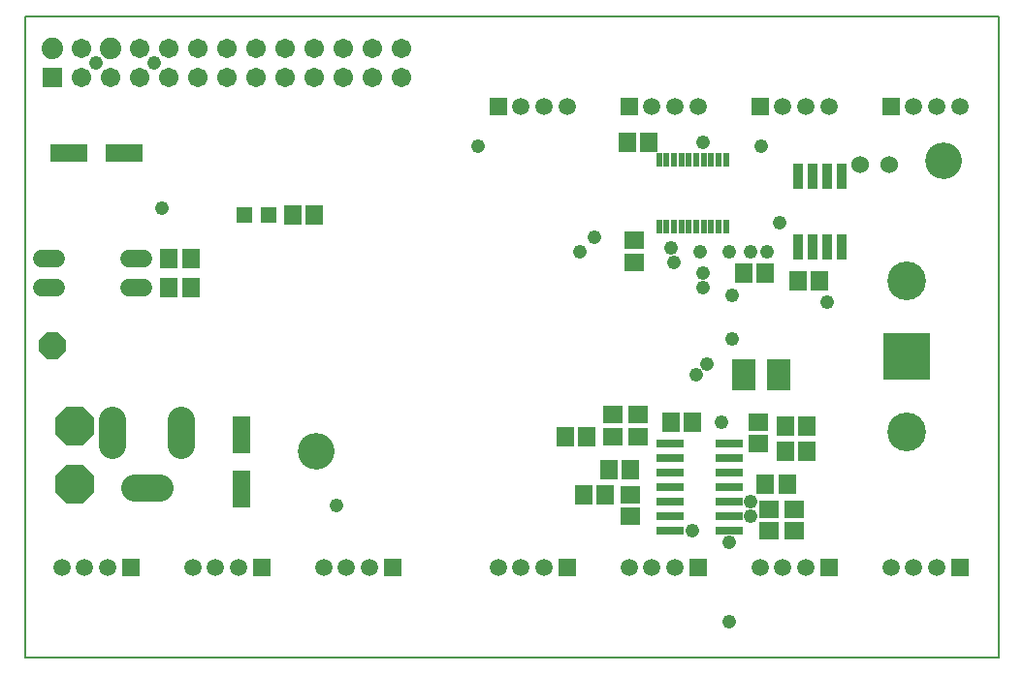
<source format=gts>
G75*
G70*
%OFA0B0*%
%FSLAX24Y24*%
%IPPOS*%
%LPD*%
%AMOC8*
5,1,8,0,0,1.08239X$1,22.5*
%
%ADD10R,0.0552X0.0552*%
%ADD11R,0.0592X0.0710*%
%ADD12C,0.0050*%
%ADD13R,0.0674X0.0674*%
%ADD14C,0.0740*%
%ADD15C,0.0674*%
%ADD16C,0.0000*%
%ADD17C,0.1261*%
%ADD18R,0.0340X0.0880*%
%ADD19C,0.0600*%
%ADD20R,0.0592X0.0671*%
%ADD21R,0.0200X0.0470*%
%ADD22R,0.0671X0.0592*%
%ADD23R,0.1640X0.1640*%
%ADD24C,0.1330*%
%ADD25R,0.0946X0.0316*%
%ADD26C,0.0940*%
%ADD27C,0.0600*%
%ADD28R,0.0710X0.0592*%
%ADD29R,0.0595X0.0595*%
%ADD30C,0.0595*%
%ADD31R,0.0631X0.1261*%
%ADD32R,0.1261X0.0631*%
%ADD33OC8,0.0930*%
%ADD34OC8,0.1330*%
%ADD35R,0.0848X0.1064*%
%ADD36C,0.0476*%
%ADD37C,0.0480*%
D10*
X007689Y015621D03*
X008515Y015621D03*
D11*
X009353Y015621D03*
X010101Y015621D03*
X005851Y014121D03*
X005103Y014121D03*
X005103Y013121D03*
X005851Y013121D03*
X018728Y007996D03*
X019476Y007996D03*
X019353Y005996D03*
X020101Y005996D03*
X026290Y007496D03*
X027038Y007496D03*
X027038Y008371D03*
X026290Y008371D03*
X025601Y013621D03*
X024853Y013621D03*
D12*
X000157Y022448D02*
X000157Y000401D01*
X033622Y000401D01*
X033622Y022448D01*
X000157Y022448D01*
D13*
X001102Y020371D03*
D14*
X001102Y021371D03*
X003102Y021371D03*
D15*
X004102Y021371D03*
X005102Y021371D03*
X006102Y021371D03*
X007102Y021371D03*
X008102Y021371D03*
X009102Y021371D03*
X010102Y021371D03*
X011102Y021371D03*
X012102Y021371D03*
X013102Y021371D03*
X013102Y020371D03*
X012102Y020371D03*
X011102Y020371D03*
X010102Y020371D03*
X009102Y020371D03*
X008102Y020371D03*
X007102Y020371D03*
X006102Y020371D03*
X005102Y020371D03*
X004102Y020371D03*
X003102Y020371D03*
X002102Y020371D03*
X002102Y021371D03*
D16*
X009573Y007496D02*
X009575Y007544D01*
X009581Y007592D01*
X009591Y007639D01*
X009604Y007685D01*
X009622Y007730D01*
X009642Y007774D01*
X009667Y007816D01*
X009695Y007855D01*
X009725Y007892D01*
X009759Y007926D01*
X009796Y007958D01*
X009834Y007987D01*
X009875Y008012D01*
X009918Y008034D01*
X009963Y008052D01*
X010009Y008066D01*
X010056Y008077D01*
X010104Y008084D01*
X010152Y008087D01*
X010200Y008086D01*
X010248Y008081D01*
X010296Y008072D01*
X010342Y008060D01*
X010387Y008043D01*
X010431Y008023D01*
X010473Y008000D01*
X010513Y007973D01*
X010551Y007943D01*
X010586Y007910D01*
X010618Y007874D01*
X010648Y007836D01*
X010674Y007795D01*
X010696Y007752D01*
X010716Y007708D01*
X010731Y007663D01*
X010743Y007616D01*
X010751Y007568D01*
X010755Y007520D01*
X010755Y007472D01*
X010751Y007424D01*
X010743Y007376D01*
X010731Y007329D01*
X010716Y007284D01*
X010696Y007240D01*
X010674Y007197D01*
X010648Y007156D01*
X010618Y007118D01*
X010586Y007082D01*
X010551Y007049D01*
X010513Y007019D01*
X010473Y006992D01*
X010431Y006969D01*
X010387Y006949D01*
X010342Y006932D01*
X010296Y006920D01*
X010248Y006911D01*
X010200Y006906D01*
X010152Y006905D01*
X010104Y006908D01*
X010056Y006915D01*
X010009Y006926D01*
X009963Y006940D01*
X009918Y006958D01*
X009875Y006980D01*
X009834Y007005D01*
X009796Y007034D01*
X009759Y007066D01*
X009725Y007100D01*
X009695Y007137D01*
X009667Y007176D01*
X009642Y007218D01*
X009622Y007262D01*
X009604Y007307D01*
X009591Y007353D01*
X009581Y007400D01*
X009575Y007448D01*
X009573Y007496D01*
X031136Y017496D02*
X031138Y017544D01*
X031144Y017592D01*
X031154Y017639D01*
X031167Y017685D01*
X031185Y017730D01*
X031205Y017774D01*
X031230Y017816D01*
X031258Y017855D01*
X031288Y017892D01*
X031322Y017926D01*
X031359Y017958D01*
X031397Y017987D01*
X031438Y018012D01*
X031481Y018034D01*
X031526Y018052D01*
X031572Y018066D01*
X031619Y018077D01*
X031667Y018084D01*
X031715Y018087D01*
X031763Y018086D01*
X031811Y018081D01*
X031859Y018072D01*
X031905Y018060D01*
X031950Y018043D01*
X031994Y018023D01*
X032036Y018000D01*
X032076Y017973D01*
X032114Y017943D01*
X032149Y017910D01*
X032181Y017874D01*
X032211Y017836D01*
X032237Y017795D01*
X032259Y017752D01*
X032279Y017708D01*
X032294Y017663D01*
X032306Y017616D01*
X032314Y017568D01*
X032318Y017520D01*
X032318Y017472D01*
X032314Y017424D01*
X032306Y017376D01*
X032294Y017329D01*
X032279Y017284D01*
X032259Y017240D01*
X032237Y017197D01*
X032211Y017156D01*
X032181Y017118D01*
X032149Y017082D01*
X032114Y017049D01*
X032076Y017019D01*
X032036Y016992D01*
X031994Y016969D01*
X031950Y016949D01*
X031905Y016932D01*
X031859Y016920D01*
X031811Y016911D01*
X031763Y016906D01*
X031715Y016905D01*
X031667Y016908D01*
X031619Y016915D01*
X031572Y016926D01*
X031526Y016940D01*
X031481Y016958D01*
X031438Y016980D01*
X031397Y017005D01*
X031359Y017034D01*
X031322Y017066D01*
X031288Y017100D01*
X031258Y017137D01*
X031230Y017176D01*
X031205Y017218D01*
X031185Y017262D01*
X031167Y017307D01*
X031154Y017353D01*
X031144Y017400D01*
X031138Y017448D01*
X031136Y017496D01*
D17*
X031727Y017496D03*
X010164Y007496D03*
D18*
X026727Y014536D03*
X027227Y014536D03*
X027727Y014536D03*
X028227Y014536D03*
X028227Y016956D03*
X027727Y016956D03*
X027227Y016956D03*
X026727Y016956D03*
D19*
X028852Y017371D03*
X029852Y017371D03*
D20*
X027476Y013371D03*
X026728Y013371D03*
X023101Y008496D03*
X022353Y008496D03*
X020976Y006871D03*
X020228Y006871D03*
X025603Y006371D03*
X026351Y006371D03*
X021601Y018121D03*
X020853Y018121D03*
D21*
X021950Y017520D03*
X022206Y017520D03*
X022462Y017520D03*
X022718Y017520D03*
X022974Y017520D03*
X023230Y017520D03*
X023486Y017520D03*
X023742Y017520D03*
X023998Y017520D03*
X024254Y017520D03*
X024254Y015223D03*
X023998Y015223D03*
X023742Y015223D03*
X023486Y015223D03*
X023230Y015223D03*
X022974Y015223D03*
X022718Y015223D03*
X022462Y015223D03*
X022206Y015223D03*
X021950Y015223D03*
D22*
X021102Y014745D03*
X021102Y013997D03*
X021227Y008745D03*
X021227Y007997D03*
X025352Y007747D03*
X025352Y008495D03*
D23*
X030477Y010746D03*
D24*
X030477Y008146D03*
X030477Y013346D03*
D25*
X024376Y007746D03*
X024376Y007246D03*
X024376Y006746D03*
X024376Y006246D03*
X024376Y005746D03*
X024376Y005246D03*
X024376Y004746D03*
X022328Y004746D03*
X022328Y005246D03*
X022328Y005746D03*
X022328Y006246D03*
X022328Y006746D03*
X022328Y007246D03*
X022328Y007746D03*
D26*
X005533Y007691D02*
X005533Y008551D01*
X003171Y008551D02*
X003171Y007691D01*
X003922Y006232D02*
X004782Y006232D01*
D27*
X004237Y013121D02*
X003717Y013121D01*
X003717Y014121D02*
X004237Y014121D01*
X001237Y014121D02*
X000717Y014121D01*
X000717Y013121D02*
X001237Y013121D01*
D28*
X020352Y008745D03*
X020352Y007997D03*
X020977Y005995D03*
X020977Y005247D03*
X025727Y005495D03*
X026602Y005495D03*
X026602Y004747D03*
X025727Y004747D03*
D29*
X027783Y003496D03*
X032283Y003496D03*
X023283Y003496D03*
X018783Y003496D03*
X012783Y003496D03*
X008283Y003496D03*
X003783Y003496D03*
X016421Y019371D03*
X020921Y019371D03*
X025421Y019371D03*
X029921Y019371D03*
D30*
X030708Y019371D03*
X031496Y019371D03*
X032283Y019371D03*
X027783Y019371D03*
X026996Y019371D03*
X026208Y019371D03*
X023283Y019371D03*
X022496Y019371D03*
X021708Y019371D03*
X018783Y019371D03*
X017996Y019371D03*
X017208Y019371D03*
X017208Y003496D03*
X016421Y003496D03*
X017996Y003496D03*
X020921Y003496D03*
X021708Y003496D03*
X022496Y003496D03*
X025421Y003496D03*
X026208Y003496D03*
X026996Y003496D03*
X029921Y003496D03*
X030708Y003496D03*
X031496Y003496D03*
X011996Y003496D03*
X011208Y003496D03*
X010421Y003496D03*
X007496Y003496D03*
X006708Y003496D03*
X005921Y003496D03*
X002996Y003496D03*
X002208Y003496D03*
X001421Y003496D03*
D31*
X007602Y006177D03*
X007602Y008066D03*
D32*
X003547Y017746D03*
X001657Y017746D03*
D33*
X001102Y011121D03*
D34*
X001852Y008371D03*
X001852Y006371D03*
D35*
X024877Y010121D03*
X026077Y010121D03*
D36*
X023602Y010496D03*
X023227Y010121D03*
X023477Y013121D03*
X023477Y013621D03*
X023352Y014371D03*
X022477Y013996D03*
X019727Y014871D03*
X019227Y014371D03*
X015727Y017996D03*
X023477Y018121D03*
X025477Y017996D03*
X026102Y015371D03*
X010852Y005621D03*
X023102Y004746D03*
X024352Y004371D03*
X024352Y001621D03*
X004852Y015871D03*
X004602Y020871D03*
X002602Y020871D03*
D37*
X022352Y014496D03*
X024352Y014371D03*
X025102Y014371D03*
X025664Y014371D03*
X024477Y012871D03*
X024477Y011371D03*
X027727Y012621D03*
X024102Y008496D03*
X025102Y005746D03*
X025102Y005246D03*
M02*

</source>
